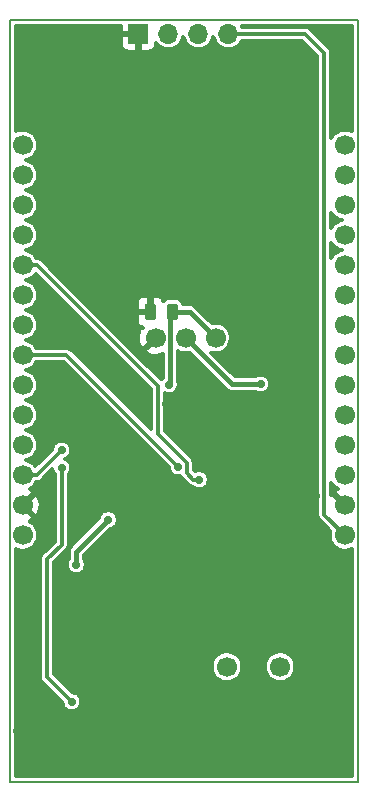
<source format=gbr>
G04 #@! TF.GenerationSoftware,KiCad,Pcbnew,(5.1.6-0-10_14)*
G04 #@! TF.CreationDate,2021-01-15T18:00:30+01:00*
G04 #@! TF.ProjectId,cdm324,63646d33-3234-42e6-9b69-6361645f7063,rev?*
G04 #@! TF.SameCoordinates,Original*
G04 #@! TF.FileFunction,Copper,L4,Bot*
G04 #@! TF.FilePolarity,Positive*
%FSLAX46Y46*%
G04 Gerber Fmt 4.6, Leading zero omitted, Abs format (unit mm)*
G04 Created by KiCad (PCBNEW (5.1.6-0-10_14)) date 2021-01-15 18:00:30*
%MOMM*%
%LPD*%
G01*
G04 APERTURE LIST*
G04 #@! TA.AperFunction,Profile*
%ADD10C,0.150000*%
G04 #@! TD*
G04 #@! TA.AperFunction,ComponentPad*
%ADD11C,1.700000*%
G04 #@! TD*
G04 #@! TA.AperFunction,ComponentPad*
%ADD12O,1.700000X1.700000*%
G04 #@! TD*
G04 #@! TA.AperFunction,ComponentPad*
%ADD13R,1.700000X1.700000*%
G04 #@! TD*
G04 #@! TA.AperFunction,ViaPad*
%ADD14C,0.700000*%
G04 #@! TD*
G04 #@! TA.AperFunction,Conductor*
%ADD15C,0.300000*%
G04 #@! TD*
G04 #@! TA.AperFunction,Conductor*
%ADD16C,0.400000*%
G04 #@! TD*
G04 APERTURE END LIST*
D10*
X85350000Y-132600000D02*
X85350000Y-68100000D01*
X114850000Y-132600000D02*
X85350000Y-132600000D01*
X114850000Y-68100000D02*
X114850000Y-132600000D01*
X85350000Y-68100000D02*
X114850000Y-68100000D01*
D11*
X113740000Y-106620000D03*
X113740000Y-109160000D03*
X113740000Y-101540000D03*
X113740000Y-78680000D03*
X113740000Y-88840000D03*
X113740000Y-91380000D03*
X113740000Y-81220000D03*
X113740000Y-93920000D03*
X113740000Y-99000000D03*
X113740000Y-83760000D03*
X113740000Y-96460000D03*
X113740000Y-86300000D03*
X113740000Y-111700000D03*
X113740000Y-104080000D03*
X86460000Y-78680000D03*
X86460000Y-81220000D03*
X86460000Y-83760000D03*
X86460000Y-86300000D03*
X86460000Y-88840000D03*
X86460000Y-91380000D03*
X86460000Y-93920000D03*
X86460000Y-96460000D03*
X86460000Y-99000000D03*
X86460000Y-101540000D03*
X86460000Y-104080000D03*
X86460000Y-106620000D03*
X86460000Y-109160000D03*
X86460000Y-111700000D03*
G04 #@! TA.AperFunction,SMDPad,CuDef*
G36*
G01*
X97750000Y-92343750D02*
X97750000Y-93256250D01*
G75*
G02*
X97506250Y-93500000I-243750J0D01*
G01*
X97018750Y-93500000D01*
G75*
G02*
X96775000Y-93256250I0J243750D01*
G01*
X96775000Y-92343750D01*
G75*
G02*
X97018750Y-92100000I243750J0D01*
G01*
X97506250Y-92100000D01*
G75*
G02*
X97750000Y-92343750I0J-243750D01*
G01*
G37*
G04 #@! TD.AperFunction*
G04 #@! TA.AperFunction,SMDPad,CuDef*
G36*
G01*
X99625000Y-92343750D02*
X99625000Y-93256250D01*
G75*
G02*
X99381250Y-93500000I-243750J0D01*
G01*
X98893750Y-93500000D01*
G75*
G02*
X98650000Y-93256250I0J243750D01*
G01*
X98650000Y-92343750D01*
G75*
G02*
X98893750Y-92100000I243750J0D01*
G01*
X99381250Y-92100000D01*
G75*
G02*
X99625000Y-92343750I0J-243750D01*
G01*
G37*
G04 #@! TD.AperFunction*
X108250000Y-122840000D03*
X103750000Y-122840000D03*
X97710000Y-95000000D03*
X100250000Y-95000000D03*
X102790000Y-95000000D03*
D12*
X103870000Y-69250000D03*
X101330000Y-69250000D03*
X98790000Y-69250000D03*
D13*
X96250000Y-69250000D03*
D14*
X105100000Y-102300000D03*
X87500000Y-70000000D03*
X92500000Y-70000000D03*
X92500000Y-75000000D03*
X92500000Y-80000000D03*
X92500000Y-85000000D03*
X92500000Y-90000000D03*
X97500000Y-75000000D03*
X102500000Y-75000000D03*
X107500000Y-75000000D03*
X112500000Y-70000000D03*
X107500000Y-70000000D03*
X97500000Y-80000000D03*
X102500000Y-80000000D03*
X107500000Y-80000000D03*
X107500000Y-85000000D03*
X102500000Y-85000000D03*
X97500000Y-85000000D03*
X97500000Y-90000000D03*
X102500000Y-90000000D03*
X107500000Y-90000000D03*
X100000000Y-130000000D03*
X105000000Y-130000000D03*
X110000000Y-130000000D03*
X105000000Y-125000000D03*
X100000000Y-125000000D03*
X110000000Y-125000000D03*
X103410000Y-116590000D03*
X85950000Y-128250000D03*
X95550000Y-128250000D03*
X113350000Y-117600000D03*
X114000000Y-130000000D03*
X114000000Y-125000000D03*
X93500000Y-106300000D03*
X98080000Y-125770000D03*
X87600000Y-110300000D03*
X87600000Y-107900000D03*
X87600000Y-105400000D03*
X87600000Y-100300000D03*
X87600000Y-102800000D03*
X87600000Y-97700000D03*
X87600000Y-95200000D03*
X87600000Y-92600000D03*
X87600000Y-90100000D03*
X87600000Y-87600000D03*
X100100000Y-70500000D03*
X112700000Y-85000000D03*
X112700000Y-87600000D03*
X112600000Y-113000000D03*
X90000000Y-114250000D03*
X86700000Y-126750000D03*
X93450000Y-126750000D03*
X109500000Y-112450000D03*
X108550000Y-114150000D03*
X92190000Y-113950000D03*
X92050000Y-97250000D03*
X108600000Y-97650000D03*
X96450000Y-100800000D03*
X99650000Y-107350000D03*
X101750000Y-99000000D03*
X101750000Y-99000000D03*
X105000000Y-99800000D03*
X100450000Y-96550000D03*
X101300000Y-103450000D03*
X101200000Y-106000000D03*
X109500000Y-106900000D03*
X109450000Y-105150000D03*
X109500000Y-103550000D03*
X109500000Y-100050000D03*
X109500000Y-101900000D03*
X98850000Y-102300000D03*
X93000000Y-101050000D03*
X89900000Y-97400000D03*
X89900000Y-95650000D03*
X87300000Y-114200000D03*
X111000000Y-117550000D03*
X90800000Y-100900000D03*
X90700000Y-102900000D03*
X90700000Y-105200000D03*
X90700000Y-107500000D03*
X90700000Y-110100000D03*
X97100000Y-115200000D03*
X105500000Y-115000000D03*
X101700000Y-115000000D03*
X94500000Y-99000000D03*
X111300000Y-108400000D03*
X98600000Y-100600000D03*
X100200000Y-122300000D03*
X90620000Y-123170000D03*
X91000000Y-114200000D03*
X93700000Y-110400000D03*
X98850000Y-98950000D03*
X89750000Y-104500000D03*
X106600000Y-98900000D03*
X89750000Y-106000000D03*
X90600000Y-125800000D03*
X101400000Y-107000000D03*
X99600000Y-105900000D03*
D15*
X111999999Y-70899999D02*
X110350000Y-69250000D01*
X111999999Y-109959999D02*
X111999999Y-70899999D01*
X110350000Y-69250000D02*
X103870000Y-69250000D01*
X113740000Y-111700000D02*
X111999999Y-109959999D01*
D16*
X98960001Y-98839999D02*
X98960001Y-93477499D01*
X98850000Y-98950000D02*
X98960001Y-98839999D01*
X91000000Y-113100000D02*
X91000000Y-114200000D01*
X93700000Y-110400000D02*
X91000000Y-113100000D01*
X100590000Y-92800000D02*
X99137500Y-92800000D01*
X102790000Y-95000000D02*
X100590000Y-92800000D01*
D15*
X87630000Y-106620000D02*
X86460000Y-106620000D01*
X89750000Y-104500000D02*
X87630000Y-106620000D01*
D16*
X100250000Y-95000000D02*
X104150000Y-98900000D01*
X104150000Y-98900000D02*
X106600000Y-98900000D01*
D15*
X88500000Y-123700000D02*
X88500000Y-113750000D01*
X90600000Y-125800000D02*
X88500000Y-123700000D01*
X89750000Y-112500000D02*
X88500000Y-113750000D01*
X89750000Y-106000000D02*
X89750000Y-112500000D01*
X87662081Y-88840000D02*
X86460000Y-88840000D01*
X100350001Y-105613999D02*
X97899999Y-103163997D01*
X97899999Y-99077918D02*
X87662081Y-88840000D01*
X100350001Y-106444975D02*
X100350001Y-105613999D01*
X100905026Y-107000000D02*
X100350001Y-106444975D01*
X97899999Y-103163997D02*
X97899999Y-99077918D01*
X101400000Y-107000000D02*
X100905026Y-107000000D01*
X86460000Y-96460000D02*
X90160000Y-96460000D01*
X90160000Y-96460000D02*
X99600000Y-105900000D01*
G36*
X94742000Y-68981500D02*
G01*
X94906500Y-69146000D01*
X96146000Y-69146000D01*
X96146000Y-69126000D01*
X96354000Y-69126000D01*
X96354000Y-69146000D01*
X96374000Y-69146000D01*
X96374000Y-69354000D01*
X96354000Y-69354000D01*
X96354000Y-70593500D01*
X96518500Y-70758000D01*
X97100000Y-70761184D01*
X97228991Y-70748480D01*
X97353024Y-70710854D01*
X97467334Y-70649754D01*
X97567528Y-70567528D01*
X97649754Y-70467334D01*
X97710854Y-70353024D01*
X97748480Y-70228991D01*
X97761184Y-70100000D01*
X97760909Y-70049795D01*
X97780224Y-70078702D01*
X97961298Y-70259776D01*
X98174219Y-70402045D01*
X98410804Y-70500042D01*
X98661961Y-70550000D01*
X98918039Y-70550000D01*
X99169196Y-70500042D01*
X99405781Y-70402045D01*
X99618702Y-70259776D01*
X99799776Y-70078702D01*
X99942045Y-69865781D01*
X100040042Y-69629196D01*
X100060000Y-69528860D01*
X100079958Y-69629196D01*
X100177955Y-69865781D01*
X100320224Y-70078702D01*
X100501298Y-70259776D01*
X100714219Y-70402045D01*
X100950804Y-70500042D01*
X101201961Y-70550000D01*
X101458039Y-70550000D01*
X101709196Y-70500042D01*
X101945781Y-70402045D01*
X102158702Y-70259776D01*
X102339776Y-70078702D01*
X102482045Y-69865781D01*
X102580042Y-69629196D01*
X102600000Y-69528860D01*
X102619958Y-69629196D01*
X102717955Y-69865781D01*
X102860224Y-70078702D01*
X103041298Y-70259776D01*
X103254219Y-70402045D01*
X103490804Y-70500042D01*
X103741961Y-70550000D01*
X103998039Y-70550000D01*
X104249196Y-70500042D01*
X104485781Y-70402045D01*
X104698702Y-70259776D01*
X104879776Y-70078702D01*
X105022045Y-69865781D01*
X105028582Y-69850000D01*
X110101473Y-69850000D01*
X111400000Y-71148528D01*
X111399999Y-109930525D01*
X111397096Y-109959999D01*
X111399999Y-109989472D01*
X111408681Y-110077619D01*
X111442989Y-110190719D01*
X111498703Y-110294953D01*
X111573682Y-110386316D01*
X111596585Y-110405112D01*
X112496495Y-111305022D01*
X112489958Y-111320804D01*
X112440000Y-111571961D01*
X112440000Y-111828039D01*
X112489958Y-112079196D01*
X112587955Y-112315781D01*
X112730224Y-112528702D01*
X112911298Y-112709776D01*
X113124219Y-112852045D01*
X113360804Y-112950042D01*
X113611961Y-113000000D01*
X113868039Y-113000000D01*
X114119196Y-112950042D01*
X114325001Y-112864795D01*
X114325001Y-132075000D01*
X85875000Y-132075000D01*
X85875000Y-112864795D01*
X86080804Y-112950042D01*
X86331961Y-113000000D01*
X86588039Y-113000000D01*
X86839196Y-112950042D01*
X87075781Y-112852045D01*
X87288702Y-112709776D01*
X87469776Y-112528702D01*
X87612045Y-112315781D01*
X87710042Y-112079196D01*
X87760000Y-111828039D01*
X87760000Y-111571961D01*
X87710042Y-111320804D01*
X87612045Y-111084219D01*
X87469776Y-110871298D01*
X87288702Y-110690224D01*
X87075781Y-110547955D01*
X87070478Y-110545758D01*
X87080805Y-110542291D01*
X87264432Y-110444140D01*
X87338783Y-110185861D01*
X86460000Y-109307078D01*
X86445858Y-109321221D01*
X86298780Y-109174143D01*
X86312922Y-109160000D01*
X86607078Y-109160000D01*
X87485861Y-110038783D01*
X87744140Y-109964432D01*
X87876402Y-109698451D01*
X87954233Y-109411779D01*
X87974642Y-109115430D01*
X87936843Y-108820795D01*
X87842291Y-108539195D01*
X87744140Y-108355568D01*
X87485861Y-108281217D01*
X86607078Y-109160000D01*
X86312922Y-109160000D01*
X86298780Y-109145858D01*
X86445858Y-108998780D01*
X86460000Y-109012922D01*
X87338783Y-108134139D01*
X87264432Y-107875860D01*
X87064803Y-107776592D01*
X87075781Y-107772045D01*
X87288702Y-107629776D01*
X87469776Y-107448702D01*
X87612045Y-107235781D01*
X87617874Y-107221709D01*
X87630000Y-107222903D01*
X87659474Y-107220000D01*
X87747621Y-107211318D01*
X87860721Y-107177010D01*
X87964955Y-107121296D01*
X88056317Y-107046317D01*
X88075113Y-107023414D01*
X88961570Y-106136958D01*
X88980743Y-106233351D01*
X89041049Y-106378942D01*
X89128599Y-106509970D01*
X89150000Y-106531371D01*
X89150001Y-112251471D01*
X88096581Y-113304891D01*
X88073684Y-113323683D01*
X87998705Y-113415045D01*
X87973143Y-113462868D01*
X87942991Y-113519279D01*
X87908682Y-113632380D01*
X87897097Y-113750000D01*
X87900001Y-113779484D01*
X87900000Y-123670526D01*
X87897097Y-123700000D01*
X87900000Y-123729473D01*
X87908682Y-123817620D01*
X87942990Y-123930720D01*
X87998704Y-124034954D01*
X88073683Y-124126317D01*
X88096586Y-124145113D01*
X89800000Y-125848528D01*
X89800000Y-125878793D01*
X89830743Y-126033351D01*
X89891049Y-126178942D01*
X89978599Y-126309970D01*
X90090030Y-126421401D01*
X90221058Y-126508951D01*
X90366649Y-126569257D01*
X90521207Y-126600000D01*
X90678793Y-126600000D01*
X90833351Y-126569257D01*
X90978942Y-126508951D01*
X91109970Y-126421401D01*
X91221401Y-126309970D01*
X91308951Y-126178942D01*
X91369257Y-126033351D01*
X91400000Y-125878793D01*
X91400000Y-125721207D01*
X91369257Y-125566649D01*
X91308951Y-125421058D01*
X91221401Y-125290030D01*
X91109970Y-125178599D01*
X90978942Y-125091049D01*
X90833351Y-125030743D01*
X90678793Y-125000000D01*
X90648528Y-125000000D01*
X89100000Y-123451473D01*
X89100000Y-122711961D01*
X102450000Y-122711961D01*
X102450000Y-122968039D01*
X102499958Y-123219196D01*
X102597955Y-123455781D01*
X102740224Y-123668702D01*
X102921298Y-123849776D01*
X103134219Y-123992045D01*
X103370804Y-124090042D01*
X103621961Y-124140000D01*
X103878039Y-124140000D01*
X104129196Y-124090042D01*
X104365781Y-123992045D01*
X104578702Y-123849776D01*
X104759776Y-123668702D01*
X104902045Y-123455781D01*
X105000042Y-123219196D01*
X105050000Y-122968039D01*
X105050000Y-122711961D01*
X106950000Y-122711961D01*
X106950000Y-122968039D01*
X106999958Y-123219196D01*
X107097955Y-123455781D01*
X107240224Y-123668702D01*
X107421298Y-123849776D01*
X107634219Y-123992045D01*
X107870804Y-124090042D01*
X108121961Y-124140000D01*
X108378039Y-124140000D01*
X108629196Y-124090042D01*
X108865781Y-123992045D01*
X109078702Y-123849776D01*
X109259776Y-123668702D01*
X109402045Y-123455781D01*
X109500042Y-123219196D01*
X109550000Y-122968039D01*
X109550000Y-122711961D01*
X109500042Y-122460804D01*
X109402045Y-122224219D01*
X109259776Y-122011298D01*
X109078702Y-121830224D01*
X108865781Y-121687955D01*
X108629196Y-121589958D01*
X108378039Y-121540000D01*
X108121961Y-121540000D01*
X107870804Y-121589958D01*
X107634219Y-121687955D01*
X107421298Y-121830224D01*
X107240224Y-122011298D01*
X107097955Y-122224219D01*
X106999958Y-122460804D01*
X106950000Y-122711961D01*
X105050000Y-122711961D01*
X105000042Y-122460804D01*
X104902045Y-122224219D01*
X104759776Y-122011298D01*
X104578702Y-121830224D01*
X104365781Y-121687955D01*
X104129196Y-121589958D01*
X103878039Y-121540000D01*
X103621961Y-121540000D01*
X103370804Y-121589958D01*
X103134219Y-121687955D01*
X102921298Y-121830224D01*
X102740224Y-122011298D01*
X102597955Y-122224219D01*
X102499958Y-122460804D01*
X102450000Y-122711961D01*
X89100000Y-122711961D01*
X89100000Y-114121207D01*
X90200000Y-114121207D01*
X90200000Y-114278793D01*
X90230743Y-114433351D01*
X90291049Y-114578942D01*
X90378599Y-114709970D01*
X90490030Y-114821401D01*
X90621058Y-114908951D01*
X90766649Y-114969257D01*
X90921207Y-115000000D01*
X91078793Y-115000000D01*
X91233351Y-114969257D01*
X91378942Y-114908951D01*
X91509970Y-114821401D01*
X91621401Y-114709970D01*
X91708951Y-114578942D01*
X91769257Y-114433351D01*
X91800000Y-114278793D01*
X91800000Y-114121207D01*
X91769257Y-113966649D01*
X91708951Y-113821058D01*
X91650000Y-113732831D01*
X91650000Y-113369238D01*
X93829281Y-111189957D01*
X93933351Y-111169257D01*
X94078942Y-111108951D01*
X94209970Y-111021401D01*
X94321401Y-110909970D01*
X94408951Y-110778942D01*
X94469257Y-110633351D01*
X94500000Y-110478793D01*
X94500000Y-110321207D01*
X94469257Y-110166649D01*
X94408951Y-110021058D01*
X94321401Y-109890030D01*
X94209970Y-109778599D01*
X94078942Y-109691049D01*
X93933351Y-109630743D01*
X93778793Y-109600000D01*
X93621207Y-109600000D01*
X93466649Y-109630743D01*
X93321058Y-109691049D01*
X93190030Y-109778599D01*
X93078599Y-109890030D01*
X92991049Y-110021058D01*
X92930743Y-110166649D01*
X92910043Y-110270719D01*
X90562962Y-112617800D01*
X90538157Y-112638157D01*
X90517802Y-112662960D01*
X90456930Y-112737132D01*
X90404643Y-112834955D01*
X90396573Y-112850053D01*
X90359405Y-112972579D01*
X90350000Y-113068069D01*
X90350000Y-113068079D01*
X90346856Y-113100000D01*
X90350000Y-113131922D01*
X90350001Y-113732831D01*
X90291049Y-113821058D01*
X90230743Y-113966649D01*
X90200000Y-114121207D01*
X89100000Y-114121207D01*
X89100000Y-113998527D01*
X90153419Y-112945109D01*
X90176317Y-112926317D01*
X90251296Y-112834955D01*
X90307010Y-112730721D01*
X90341318Y-112617621D01*
X90350000Y-112529474D01*
X90352903Y-112500000D01*
X90350000Y-112470526D01*
X90350000Y-106531371D01*
X90371401Y-106509970D01*
X90458951Y-106378942D01*
X90519257Y-106233351D01*
X90550000Y-106078793D01*
X90550000Y-105921207D01*
X90519257Y-105766649D01*
X90458951Y-105621058D01*
X90371401Y-105490030D01*
X90259970Y-105378599D01*
X90128942Y-105291049D01*
X90029841Y-105250000D01*
X90128942Y-105208951D01*
X90259970Y-105121401D01*
X90371401Y-105009970D01*
X90458951Y-104878942D01*
X90519257Y-104733351D01*
X90550000Y-104578793D01*
X90550000Y-104421207D01*
X90519257Y-104266649D01*
X90458951Y-104121058D01*
X90371401Y-103990030D01*
X90259970Y-103878599D01*
X90128942Y-103791049D01*
X89983351Y-103730743D01*
X89828793Y-103700000D01*
X89671207Y-103700000D01*
X89516649Y-103730743D01*
X89371058Y-103791049D01*
X89240030Y-103878599D01*
X89128599Y-103990030D01*
X89041049Y-104121058D01*
X88980743Y-104266649D01*
X88950000Y-104421207D01*
X88950000Y-104451472D01*
X87526012Y-105875461D01*
X87469776Y-105791298D01*
X87288702Y-105610224D01*
X87075781Y-105467955D01*
X86839196Y-105369958D01*
X86738860Y-105350000D01*
X86839196Y-105330042D01*
X87075781Y-105232045D01*
X87288702Y-105089776D01*
X87469776Y-104908702D01*
X87612045Y-104695781D01*
X87710042Y-104459196D01*
X87760000Y-104208039D01*
X87760000Y-103951961D01*
X87710042Y-103700804D01*
X87612045Y-103464219D01*
X87469776Y-103251298D01*
X87288702Y-103070224D01*
X87075781Y-102927955D01*
X86839196Y-102829958D01*
X86738860Y-102810000D01*
X86839196Y-102790042D01*
X87075781Y-102692045D01*
X87288702Y-102549776D01*
X87469776Y-102368702D01*
X87612045Y-102155781D01*
X87710042Y-101919196D01*
X87760000Y-101668039D01*
X87760000Y-101411961D01*
X87710042Y-101160804D01*
X87612045Y-100924219D01*
X87469776Y-100711298D01*
X87288702Y-100530224D01*
X87075781Y-100387955D01*
X86839196Y-100289958D01*
X86738860Y-100270000D01*
X86839196Y-100250042D01*
X87075781Y-100152045D01*
X87288702Y-100009776D01*
X87469776Y-99828702D01*
X87612045Y-99615781D01*
X87710042Y-99379196D01*
X87760000Y-99128039D01*
X87760000Y-98871961D01*
X87710042Y-98620804D01*
X87612045Y-98384219D01*
X87469776Y-98171298D01*
X87288702Y-97990224D01*
X87075781Y-97847955D01*
X86839196Y-97749958D01*
X86738860Y-97730000D01*
X86839196Y-97710042D01*
X87075781Y-97612045D01*
X87288702Y-97469776D01*
X87469776Y-97288702D01*
X87612045Y-97075781D01*
X87618582Y-97060000D01*
X89911473Y-97060000D01*
X98800000Y-105948528D01*
X98800000Y-105978793D01*
X98830743Y-106133351D01*
X98891049Y-106278942D01*
X98978599Y-106409970D01*
X99090030Y-106521401D01*
X99221058Y-106608951D01*
X99366649Y-106669257D01*
X99521207Y-106700000D01*
X99678793Y-106700000D01*
X99793759Y-106677132D01*
X99848705Y-106779929D01*
X99923684Y-106871292D01*
X99946587Y-106890088D01*
X100459917Y-107403419D01*
X100478709Y-107426317D01*
X100570071Y-107501296D01*
X100637997Y-107537603D01*
X100674304Y-107557010D01*
X100787405Y-107591318D01*
X100867873Y-107599244D01*
X100890030Y-107621401D01*
X101021058Y-107708951D01*
X101166649Y-107769257D01*
X101321207Y-107800000D01*
X101478793Y-107800000D01*
X101633351Y-107769257D01*
X101778942Y-107708951D01*
X101909970Y-107621401D01*
X102021401Y-107509970D01*
X102108951Y-107378942D01*
X102169257Y-107233351D01*
X102200000Y-107078793D01*
X102200000Y-106921207D01*
X102169257Y-106766649D01*
X102108951Y-106621058D01*
X102021401Y-106490030D01*
X101909970Y-106378599D01*
X101778942Y-106291049D01*
X101633351Y-106230743D01*
X101478793Y-106200000D01*
X101321207Y-106200000D01*
X101166649Y-106230743D01*
X101037706Y-106284153D01*
X100950001Y-106196448D01*
X100950001Y-105643472D01*
X100952904Y-105613998D01*
X100941319Y-105496378D01*
X100914717Y-105408682D01*
X100907011Y-105383278D01*
X100851297Y-105279044D01*
X100776318Y-105187682D01*
X100753420Y-105168890D01*
X98499999Y-102915470D01*
X98499999Y-99670939D01*
X98616649Y-99719257D01*
X98771207Y-99750000D01*
X98928793Y-99750000D01*
X99083351Y-99719257D01*
X99228942Y-99658951D01*
X99359970Y-99571401D01*
X99471401Y-99459970D01*
X99558951Y-99328942D01*
X99619257Y-99183351D01*
X99650000Y-99028793D01*
X99650000Y-98871207D01*
X99619257Y-98716649D01*
X99610001Y-98694303D01*
X99610001Y-96135863D01*
X99634219Y-96152045D01*
X99870804Y-96250042D01*
X100121961Y-96300000D01*
X100378039Y-96300000D01*
X100588833Y-96258071D01*
X103667800Y-99337038D01*
X103688157Y-99361843D01*
X103712960Y-99382198D01*
X103787131Y-99443070D01*
X103857334Y-99480594D01*
X103900052Y-99503427D01*
X104022578Y-99540595D01*
X104118068Y-99550000D01*
X104118079Y-99550000D01*
X104150000Y-99553144D01*
X104181921Y-99550000D01*
X106132831Y-99550000D01*
X106221058Y-99608951D01*
X106366649Y-99669257D01*
X106521207Y-99700000D01*
X106678793Y-99700000D01*
X106833351Y-99669257D01*
X106978942Y-99608951D01*
X107109970Y-99521401D01*
X107221401Y-99409970D01*
X107308951Y-99278942D01*
X107369257Y-99133351D01*
X107400000Y-98978793D01*
X107400000Y-98821207D01*
X107369257Y-98666649D01*
X107308951Y-98521058D01*
X107221401Y-98390030D01*
X107109970Y-98278599D01*
X106978942Y-98191049D01*
X106833351Y-98130743D01*
X106678793Y-98100000D01*
X106521207Y-98100000D01*
X106366649Y-98130743D01*
X106221058Y-98191049D01*
X106132831Y-98250000D01*
X104419238Y-98250000D01*
X102421385Y-96252147D01*
X102661961Y-96300000D01*
X102918039Y-96300000D01*
X103169196Y-96250042D01*
X103405781Y-96152045D01*
X103618702Y-96009776D01*
X103799776Y-95828702D01*
X103942045Y-95615781D01*
X104040042Y-95379196D01*
X104090000Y-95128039D01*
X104090000Y-94871961D01*
X104040042Y-94620804D01*
X103942045Y-94384219D01*
X103799776Y-94171298D01*
X103618702Y-93990224D01*
X103405781Y-93847955D01*
X103169196Y-93749958D01*
X102918039Y-93700000D01*
X102661961Y-93700000D01*
X102451167Y-93741929D01*
X101072200Y-92362962D01*
X101051843Y-92338157D01*
X100952868Y-92256930D01*
X100839948Y-92196573D01*
X100717422Y-92159405D01*
X100621932Y-92150000D01*
X100621921Y-92150000D01*
X100590000Y-92146856D01*
X100558079Y-92150000D01*
X100046217Y-92150000D01*
X100024203Y-92077430D01*
X99959892Y-91957114D01*
X99873345Y-91851655D01*
X99767886Y-91765108D01*
X99647570Y-91700797D01*
X99517019Y-91661195D01*
X99381250Y-91647823D01*
X98893750Y-91647823D01*
X98757981Y-91661195D01*
X98627430Y-91700797D01*
X98507114Y-91765108D01*
X98401655Y-91851655D01*
X98372902Y-91886691D01*
X98360854Y-91846976D01*
X98299754Y-91732666D01*
X98217528Y-91632472D01*
X98117334Y-91550246D01*
X98003024Y-91489146D01*
X97878991Y-91451520D01*
X97750000Y-91438816D01*
X97531000Y-91442000D01*
X97366500Y-91606500D01*
X97366500Y-92696000D01*
X97386500Y-92696000D01*
X97386500Y-92904000D01*
X97366500Y-92904000D01*
X97366500Y-92924000D01*
X97158500Y-92924000D01*
X97158500Y-92904000D01*
X96281500Y-92904000D01*
X96117000Y-93068500D01*
X96113816Y-93500000D01*
X96126520Y-93628991D01*
X96164146Y-93753024D01*
X96225246Y-93867334D01*
X96307472Y-93967528D01*
X96407666Y-94049754D01*
X96521976Y-94110854D01*
X96618462Y-94140123D01*
X96425860Y-94195568D01*
X96293598Y-94461549D01*
X96215767Y-94748221D01*
X96195358Y-95044570D01*
X96233157Y-95339205D01*
X96327709Y-95620805D01*
X96425860Y-95804432D01*
X96684139Y-95878783D01*
X97562922Y-95000000D01*
X97548780Y-94985858D01*
X97695858Y-94838780D01*
X97710000Y-94852922D01*
X97724143Y-94838780D01*
X97871221Y-94985858D01*
X97857078Y-95000000D01*
X97871221Y-95014143D01*
X97724143Y-95161221D01*
X97710000Y-95147078D01*
X96831217Y-96025861D01*
X96905568Y-96284140D01*
X97171549Y-96416402D01*
X97458221Y-96494233D01*
X97754570Y-96514642D01*
X98049205Y-96476843D01*
X98310001Y-96389276D01*
X98310001Y-98358628D01*
X98228599Y-98440030D01*
X98181351Y-98510742D01*
X91770609Y-92100000D01*
X96113816Y-92100000D01*
X96117000Y-92531500D01*
X96281500Y-92696000D01*
X97158500Y-92696000D01*
X97158500Y-91606500D01*
X96994000Y-91442000D01*
X96775000Y-91438816D01*
X96646009Y-91451520D01*
X96521976Y-91489146D01*
X96407666Y-91550246D01*
X96307472Y-91632472D01*
X96225246Y-91732666D01*
X96164146Y-91846976D01*
X96126520Y-91971009D01*
X96113816Y-92100000D01*
X91770609Y-92100000D01*
X88107194Y-88436586D01*
X88088398Y-88413683D01*
X87997036Y-88338704D01*
X87892802Y-88282990D01*
X87779702Y-88248682D01*
X87691555Y-88240000D01*
X87662081Y-88237097D01*
X87632607Y-88240000D01*
X87618582Y-88240000D01*
X87612045Y-88224219D01*
X87469776Y-88011298D01*
X87288702Y-87830224D01*
X87075781Y-87687955D01*
X86839196Y-87589958D01*
X86738860Y-87570000D01*
X86839196Y-87550042D01*
X87075781Y-87452045D01*
X87288702Y-87309776D01*
X87469776Y-87128702D01*
X87612045Y-86915781D01*
X87710042Y-86679196D01*
X87760000Y-86428039D01*
X87760000Y-86171961D01*
X87710042Y-85920804D01*
X87612045Y-85684219D01*
X87469776Y-85471298D01*
X87288702Y-85290224D01*
X87075781Y-85147955D01*
X86839196Y-85049958D01*
X86738860Y-85030000D01*
X86839196Y-85010042D01*
X87075781Y-84912045D01*
X87288702Y-84769776D01*
X87469776Y-84588702D01*
X87612045Y-84375781D01*
X87710042Y-84139196D01*
X87760000Y-83888039D01*
X87760000Y-83631961D01*
X87710042Y-83380804D01*
X87612045Y-83144219D01*
X87469776Y-82931298D01*
X87288702Y-82750224D01*
X87075781Y-82607955D01*
X86839196Y-82509958D01*
X86738860Y-82490000D01*
X86839196Y-82470042D01*
X87075781Y-82372045D01*
X87288702Y-82229776D01*
X87469776Y-82048702D01*
X87612045Y-81835781D01*
X87710042Y-81599196D01*
X87760000Y-81348039D01*
X87760000Y-81091961D01*
X87710042Y-80840804D01*
X87612045Y-80604219D01*
X87469776Y-80391298D01*
X87288702Y-80210224D01*
X87075781Y-80067955D01*
X86839196Y-79969958D01*
X86738860Y-79950000D01*
X86839196Y-79930042D01*
X87075781Y-79832045D01*
X87288702Y-79689776D01*
X87469776Y-79508702D01*
X87612045Y-79295781D01*
X87710042Y-79059196D01*
X87760000Y-78808039D01*
X87760000Y-78551961D01*
X87710042Y-78300804D01*
X87612045Y-78064219D01*
X87469776Y-77851298D01*
X87288702Y-77670224D01*
X87075781Y-77527955D01*
X86839196Y-77429958D01*
X86588039Y-77380000D01*
X86331961Y-77380000D01*
X86080804Y-77429958D01*
X85875000Y-77515205D01*
X85875000Y-70100000D01*
X94738816Y-70100000D01*
X94751520Y-70228991D01*
X94789146Y-70353024D01*
X94850246Y-70467334D01*
X94932472Y-70567528D01*
X95032666Y-70649754D01*
X95146976Y-70710854D01*
X95271009Y-70748480D01*
X95400000Y-70761184D01*
X95981500Y-70758000D01*
X96146000Y-70593500D01*
X96146000Y-69354000D01*
X94906500Y-69354000D01*
X94742000Y-69518500D01*
X94738816Y-70100000D01*
X85875000Y-70100000D01*
X85875000Y-68625000D01*
X94740048Y-68625000D01*
X94742000Y-68981500D01*
G37*
X94742000Y-68981500D02*
X94906500Y-69146000D01*
X96146000Y-69146000D01*
X96146000Y-69126000D01*
X96354000Y-69126000D01*
X96354000Y-69146000D01*
X96374000Y-69146000D01*
X96374000Y-69354000D01*
X96354000Y-69354000D01*
X96354000Y-70593500D01*
X96518500Y-70758000D01*
X97100000Y-70761184D01*
X97228991Y-70748480D01*
X97353024Y-70710854D01*
X97467334Y-70649754D01*
X97567528Y-70567528D01*
X97649754Y-70467334D01*
X97710854Y-70353024D01*
X97748480Y-70228991D01*
X97761184Y-70100000D01*
X97760909Y-70049795D01*
X97780224Y-70078702D01*
X97961298Y-70259776D01*
X98174219Y-70402045D01*
X98410804Y-70500042D01*
X98661961Y-70550000D01*
X98918039Y-70550000D01*
X99169196Y-70500042D01*
X99405781Y-70402045D01*
X99618702Y-70259776D01*
X99799776Y-70078702D01*
X99942045Y-69865781D01*
X100040042Y-69629196D01*
X100060000Y-69528860D01*
X100079958Y-69629196D01*
X100177955Y-69865781D01*
X100320224Y-70078702D01*
X100501298Y-70259776D01*
X100714219Y-70402045D01*
X100950804Y-70500042D01*
X101201961Y-70550000D01*
X101458039Y-70550000D01*
X101709196Y-70500042D01*
X101945781Y-70402045D01*
X102158702Y-70259776D01*
X102339776Y-70078702D01*
X102482045Y-69865781D01*
X102580042Y-69629196D01*
X102600000Y-69528860D01*
X102619958Y-69629196D01*
X102717955Y-69865781D01*
X102860224Y-70078702D01*
X103041298Y-70259776D01*
X103254219Y-70402045D01*
X103490804Y-70500042D01*
X103741961Y-70550000D01*
X103998039Y-70550000D01*
X104249196Y-70500042D01*
X104485781Y-70402045D01*
X104698702Y-70259776D01*
X104879776Y-70078702D01*
X105022045Y-69865781D01*
X105028582Y-69850000D01*
X110101473Y-69850000D01*
X111400000Y-71148528D01*
X111399999Y-109930525D01*
X111397096Y-109959999D01*
X111399999Y-109989472D01*
X111408681Y-110077619D01*
X111442989Y-110190719D01*
X111498703Y-110294953D01*
X111573682Y-110386316D01*
X111596585Y-110405112D01*
X112496495Y-111305022D01*
X112489958Y-111320804D01*
X112440000Y-111571961D01*
X112440000Y-111828039D01*
X112489958Y-112079196D01*
X112587955Y-112315781D01*
X112730224Y-112528702D01*
X112911298Y-112709776D01*
X113124219Y-112852045D01*
X113360804Y-112950042D01*
X113611961Y-113000000D01*
X113868039Y-113000000D01*
X114119196Y-112950042D01*
X114325001Y-112864795D01*
X114325001Y-132075000D01*
X85875000Y-132075000D01*
X85875000Y-112864795D01*
X86080804Y-112950042D01*
X86331961Y-113000000D01*
X86588039Y-113000000D01*
X86839196Y-112950042D01*
X87075781Y-112852045D01*
X87288702Y-112709776D01*
X87469776Y-112528702D01*
X87612045Y-112315781D01*
X87710042Y-112079196D01*
X87760000Y-111828039D01*
X87760000Y-111571961D01*
X87710042Y-111320804D01*
X87612045Y-111084219D01*
X87469776Y-110871298D01*
X87288702Y-110690224D01*
X87075781Y-110547955D01*
X87070478Y-110545758D01*
X87080805Y-110542291D01*
X87264432Y-110444140D01*
X87338783Y-110185861D01*
X86460000Y-109307078D01*
X86445858Y-109321221D01*
X86298780Y-109174143D01*
X86312922Y-109160000D01*
X86607078Y-109160000D01*
X87485861Y-110038783D01*
X87744140Y-109964432D01*
X87876402Y-109698451D01*
X87954233Y-109411779D01*
X87974642Y-109115430D01*
X87936843Y-108820795D01*
X87842291Y-108539195D01*
X87744140Y-108355568D01*
X87485861Y-108281217D01*
X86607078Y-109160000D01*
X86312922Y-109160000D01*
X86298780Y-109145858D01*
X86445858Y-108998780D01*
X86460000Y-109012922D01*
X87338783Y-108134139D01*
X87264432Y-107875860D01*
X87064803Y-107776592D01*
X87075781Y-107772045D01*
X87288702Y-107629776D01*
X87469776Y-107448702D01*
X87612045Y-107235781D01*
X87617874Y-107221709D01*
X87630000Y-107222903D01*
X87659474Y-107220000D01*
X87747621Y-107211318D01*
X87860721Y-107177010D01*
X87964955Y-107121296D01*
X88056317Y-107046317D01*
X88075113Y-107023414D01*
X88961570Y-106136958D01*
X88980743Y-106233351D01*
X89041049Y-106378942D01*
X89128599Y-106509970D01*
X89150000Y-106531371D01*
X89150001Y-112251471D01*
X88096581Y-113304891D01*
X88073684Y-113323683D01*
X87998705Y-113415045D01*
X87973143Y-113462868D01*
X87942991Y-113519279D01*
X87908682Y-113632380D01*
X87897097Y-113750000D01*
X87900001Y-113779484D01*
X87900000Y-123670526D01*
X87897097Y-123700000D01*
X87900000Y-123729473D01*
X87908682Y-123817620D01*
X87942990Y-123930720D01*
X87998704Y-124034954D01*
X88073683Y-124126317D01*
X88096586Y-124145113D01*
X89800000Y-125848528D01*
X89800000Y-125878793D01*
X89830743Y-126033351D01*
X89891049Y-126178942D01*
X89978599Y-126309970D01*
X90090030Y-126421401D01*
X90221058Y-126508951D01*
X90366649Y-126569257D01*
X90521207Y-126600000D01*
X90678793Y-126600000D01*
X90833351Y-126569257D01*
X90978942Y-126508951D01*
X91109970Y-126421401D01*
X91221401Y-126309970D01*
X91308951Y-126178942D01*
X91369257Y-126033351D01*
X91400000Y-125878793D01*
X91400000Y-125721207D01*
X91369257Y-125566649D01*
X91308951Y-125421058D01*
X91221401Y-125290030D01*
X91109970Y-125178599D01*
X90978942Y-125091049D01*
X90833351Y-125030743D01*
X90678793Y-125000000D01*
X90648528Y-125000000D01*
X89100000Y-123451473D01*
X89100000Y-122711961D01*
X102450000Y-122711961D01*
X102450000Y-122968039D01*
X102499958Y-123219196D01*
X102597955Y-123455781D01*
X102740224Y-123668702D01*
X102921298Y-123849776D01*
X103134219Y-123992045D01*
X103370804Y-124090042D01*
X103621961Y-124140000D01*
X103878039Y-124140000D01*
X104129196Y-124090042D01*
X104365781Y-123992045D01*
X104578702Y-123849776D01*
X104759776Y-123668702D01*
X104902045Y-123455781D01*
X105000042Y-123219196D01*
X105050000Y-122968039D01*
X105050000Y-122711961D01*
X106950000Y-122711961D01*
X106950000Y-122968039D01*
X106999958Y-123219196D01*
X107097955Y-123455781D01*
X107240224Y-123668702D01*
X107421298Y-123849776D01*
X107634219Y-123992045D01*
X107870804Y-124090042D01*
X108121961Y-124140000D01*
X108378039Y-124140000D01*
X108629196Y-124090042D01*
X108865781Y-123992045D01*
X109078702Y-123849776D01*
X109259776Y-123668702D01*
X109402045Y-123455781D01*
X109500042Y-123219196D01*
X109550000Y-122968039D01*
X109550000Y-122711961D01*
X109500042Y-122460804D01*
X109402045Y-122224219D01*
X109259776Y-122011298D01*
X109078702Y-121830224D01*
X108865781Y-121687955D01*
X108629196Y-121589958D01*
X108378039Y-121540000D01*
X108121961Y-121540000D01*
X107870804Y-121589958D01*
X107634219Y-121687955D01*
X107421298Y-121830224D01*
X107240224Y-122011298D01*
X107097955Y-122224219D01*
X106999958Y-122460804D01*
X106950000Y-122711961D01*
X105050000Y-122711961D01*
X105000042Y-122460804D01*
X104902045Y-122224219D01*
X104759776Y-122011298D01*
X104578702Y-121830224D01*
X104365781Y-121687955D01*
X104129196Y-121589958D01*
X103878039Y-121540000D01*
X103621961Y-121540000D01*
X103370804Y-121589958D01*
X103134219Y-121687955D01*
X102921298Y-121830224D01*
X102740224Y-122011298D01*
X102597955Y-122224219D01*
X102499958Y-122460804D01*
X102450000Y-122711961D01*
X89100000Y-122711961D01*
X89100000Y-114121207D01*
X90200000Y-114121207D01*
X90200000Y-114278793D01*
X90230743Y-114433351D01*
X90291049Y-114578942D01*
X90378599Y-114709970D01*
X90490030Y-114821401D01*
X90621058Y-114908951D01*
X90766649Y-114969257D01*
X90921207Y-115000000D01*
X91078793Y-115000000D01*
X91233351Y-114969257D01*
X91378942Y-114908951D01*
X91509970Y-114821401D01*
X91621401Y-114709970D01*
X91708951Y-114578942D01*
X91769257Y-114433351D01*
X91800000Y-114278793D01*
X91800000Y-114121207D01*
X91769257Y-113966649D01*
X91708951Y-113821058D01*
X91650000Y-113732831D01*
X91650000Y-113369238D01*
X93829281Y-111189957D01*
X93933351Y-111169257D01*
X94078942Y-111108951D01*
X94209970Y-111021401D01*
X94321401Y-110909970D01*
X94408951Y-110778942D01*
X94469257Y-110633351D01*
X94500000Y-110478793D01*
X94500000Y-110321207D01*
X94469257Y-110166649D01*
X94408951Y-110021058D01*
X94321401Y-109890030D01*
X94209970Y-109778599D01*
X94078942Y-109691049D01*
X93933351Y-109630743D01*
X93778793Y-109600000D01*
X93621207Y-109600000D01*
X93466649Y-109630743D01*
X93321058Y-109691049D01*
X93190030Y-109778599D01*
X93078599Y-109890030D01*
X92991049Y-110021058D01*
X92930743Y-110166649D01*
X92910043Y-110270719D01*
X90562962Y-112617800D01*
X90538157Y-112638157D01*
X90517802Y-112662960D01*
X90456930Y-112737132D01*
X90404643Y-112834955D01*
X90396573Y-112850053D01*
X90359405Y-112972579D01*
X90350000Y-113068069D01*
X90350000Y-113068079D01*
X90346856Y-113100000D01*
X90350000Y-113131922D01*
X90350001Y-113732831D01*
X90291049Y-113821058D01*
X90230743Y-113966649D01*
X90200000Y-114121207D01*
X89100000Y-114121207D01*
X89100000Y-113998527D01*
X90153419Y-112945109D01*
X90176317Y-112926317D01*
X90251296Y-112834955D01*
X90307010Y-112730721D01*
X90341318Y-112617621D01*
X90350000Y-112529474D01*
X90352903Y-112500000D01*
X90350000Y-112470526D01*
X90350000Y-106531371D01*
X90371401Y-106509970D01*
X90458951Y-106378942D01*
X90519257Y-106233351D01*
X90550000Y-106078793D01*
X90550000Y-105921207D01*
X90519257Y-105766649D01*
X90458951Y-105621058D01*
X90371401Y-105490030D01*
X90259970Y-105378599D01*
X90128942Y-105291049D01*
X90029841Y-105250000D01*
X90128942Y-105208951D01*
X90259970Y-105121401D01*
X90371401Y-105009970D01*
X90458951Y-104878942D01*
X90519257Y-104733351D01*
X90550000Y-104578793D01*
X90550000Y-104421207D01*
X90519257Y-104266649D01*
X90458951Y-104121058D01*
X90371401Y-103990030D01*
X90259970Y-103878599D01*
X90128942Y-103791049D01*
X89983351Y-103730743D01*
X89828793Y-103700000D01*
X89671207Y-103700000D01*
X89516649Y-103730743D01*
X89371058Y-103791049D01*
X89240030Y-103878599D01*
X89128599Y-103990030D01*
X89041049Y-104121058D01*
X88980743Y-104266649D01*
X88950000Y-104421207D01*
X88950000Y-104451472D01*
X87526012Y-105875461D01*
X87469776Y-105791298D01*
X87288702Y-105610224D01*
X87075781Y-105467955D01*
X86839196Y-105369958D01*
X86738860Y-105350000D01*
X86839196Y-105330042D01*
X87075781Y-105232045D01*
X87288702Y-105089776D01*
X87469776Y-104908702D01*
X87612045Y-104695781D01*
X87710042Y-104459196D01*
X87760000Y-104208039D01*
X87760000Y-103951961D01*
X87710042Y-103700804D01*
X87612045Y-103464219D01*
X87469776Y-103251298D01*
X87288702Y-103070224D01*
X87075781Y-102927955D01*
X86839196Y-102829958D01*
X86738860Y-102810000D01*
X86839196Y-102790042D01*
X87075781Y-102692045D01*
X87288702Y-102549776D01*
X87469776Y-102368702D01*
X87612045Y-102155781D01*
X87710042Y-101919196D01*
X87760000Y-101668039D01*
X87760000Y-101411961D01*
X87710042Y-101160804D01*
X87612045Y-100924219D01*
X87469776Y-100711298D01*
X87288702Y-100530224D01*
X87075781Y-100387955D01*
X86839196Y-100289958D01*
X86738860Y-100270000D01*
X86839196Y-100250042D01*
X87075781Y-100152045D01*
X87288702Y-100009776D01*
X87469776Y-99828702D01*
X87612045Y-99615781D01*
X87710042Y-99379196D01*
X87760000Y-99128039D01*
X87760000Y-98871961D01*
X87710042Y-98620804D01*
X87612045Y-98384219D01*
X87469776Y-98171298D01*
X87288702Y-97990224D01*
X87075781Y-97847955D01*
X86839196Y-97749958D01*
X86738860Y-97730000D01*
X86839196Y-97710042D01*
X87075781Y-97612045D01*
X87288702Y-97469776D01*
X87469776Y-97288702D01*
X87612045Y-97075781D01*
X87618582Y-97060000D01*
X89911473Y-97060000D01*
X98800000Y-105948528D01*
X98800000Y-105978793D01*
X98830743Y-106133351D01*
X98891049Y-106278942D01*
X98978599Y-106409970D01*
X99090030Y-106521401D01*
X99221058Y-106608951D01*
X99366649Y-106669257D01*
X99521207Y-106700000D01*
X99678793Y-106700000D01*
X99793759Y-106677132D01*
X99848705Y-106779929D01*
X99923684Y-106871292D01*
X99946587Y-106890088D01*
X100459917Y-107403419D01*
X100478709Y-107426317D01*
X100570071Y-107501296D01*
X100637997Y-107537603D01*
X100674304Y-107557010D01*
X100787405Y-107591318D01*
X100867873Y-107599244D01*
X100890030Y-107621401D01*
X101021058Y-107708951D01*
X101166649Y-107769257D01*
X101321207Y-107800000D01*
X101478793Y-107800000D01*
X101633351Y-107769257D01*
X101778942Y-107708951D01*
X101909970Y-107621401D01*
X102021401Y-107509970D01*
X102108951Y-107378942D01*
X102169257Y-107233351D01*
X102200000Y-107078793D01*
X102200000Y-106921207D01*
X102169257Y-106766649D01*
X102108951Y-106621058D01*
X102021401Y-106490030D01*
X101909970Y-106378599D01*
X101778942Y-106291049D01*
X101633351Y-106230743D01*
X101478793Y-106200000D01*
X101321207Y-106200000D01*
X101166649Y-106230743D01*
X101037706Y-106284153D01*
X100950001Y-106196448D01*
X100950001Y-105643472D01*
X100952904Y-105613998D01*
X100941319Y-105496378D01*
X100914717Y-105408682D01*
X100907011Y-105383278D01*
X100851297Y-105279044D01*
X100776318Y-105187682D01*
X100753420Y-105168890D01*
X98499999Y-102915470D01*
X98499999Y-99670939D01*
X98616649Y-99719257D01*
X98771207Y-99750000D01*
X98928793Y-99750000D01*
X99083351Y-99719257D01*
X99228942Y-99658951D01*
X99359970Y-99571401D01*
X99471401Y-99459970D01*
X99558951Y-99328942D01*
X99619257Y-99183351D01*
X99650000Y-99028793D01*
X99650000Y-98871207D01*
X99619257Y-98716649D01*
X99610001Y-98694303D01*
X99610001Y-96135863D01*
X99634219Y-96152045D01*
X99870804Y-96250042D01*
X100121961Y-96300000D01*
X100378039Y-96300000D01*
X100588833Y-96258071D01*
X103667800Y-99337038D01*
X103688157Y-99361843D01*
X103712960Y-99382198D01*
X103787131Y-99443070D01*
X103857334Y-99480594D01*
X103900052Y-99503427D01*
X104022578Y-99540595D01*
X104118068Y-99550000D01*
X104118079Y-99550000D01*
X104150000Y-99553144D01*
X104181921Y-99550000D01*
X106132831Y-99550000D01*
X106221058Y-99608951D01*
X106366649Y-99669257D01*
X106521207Y-99700000D01*
X106678793Y-99700000D01*
X106833351Y-99669257D01*
X106978942Y-99608951D01*
X107109970Y-99521401D01*
X107221401Y-99409970D01*
X107308951Y-99278942D01*
X107369257Y-99133351D01*
X107400000Y-98978793D01*
X107400000Y-98821207D01*
X107369257Y-98666649D01*
X107308951Y-98521058D01*
X107221401Y-98390030D01*
X107109970Y-98278599D01*
X106978942Y-98191049D01*
X106833351Y-98130743D01*
X106678793Y-98100000D01*
X106521207Y-98100000D01*
X106366649Y-98130743D01*
X106221058Y-98191049D01*
X106132831Y-98250000D01*
X104419238Y-98250000D01*
X102421385Y-96252147D01*
X102661961Y-96300000D01*
X102918039Y-96300000D01*
X103169196Y-96250042D01*
X103405781Y-96152045D01*
X103618702Y-96009776D01*
X103799776Y-95828702D01*
X103942045Y-95615781D01*
X104040042Y-95379196D01*
X104090000Y-95128039D01*
X104090000Y-94871961D01*
X104040042Y-94620804D01*
X103942045Y-94384219D01*
X103799776Y-94171298D01*
X103618702Y-93990224D01*
X103405781Y-93847955D01*
X103169196Y-93749958D01*
X102918039Y-93700000D01*
X102661961Y-93700000D01*
X102451167Y-93741929D01*
X101072200Y-92362962D01*
X101051843Y-92338157D01*
X100952868Y-92256930D01*
X100839948Y-92196573D01*
X100717422Y-92159405D01*
X100621932Y-92150000D01*
X100621921Y-92150000D01*
X100590000Y-92146856D01*
X100558079Y-92150000D01*
X100046217Y-92150000D01*
X100024203Y-92077430D01*
X99959892Y-91957114D01*
X99873345Y-91851655D01*
X99767886Y-91765108D01*
X99647570Y-91700797D01*
X99517019Y-91661195D01*
X99381250Y-91647823D01*
X98893750Y-91647823D01*
X98757981Y-91661195D01*
X98627430Y-91700797D01*
X98507114Y-91765108D01*
X98401655Y-91851655D01*
X98372902Y-91886691D01*
X98360854Y-91846976D01*
X98299754Y-91732666D01*
X98217528Y-91632472D01*
X98117334Y-91550246D01*
X98003024Y-91489146D01*
X97878991Y-91451520D01*
X97750000Y-91438816D01*
X97531000Y-91442000D01*
X97366500Y-91606500D01*
X97366500Y-92696000D01*
X97386500Y-92696000D01*
X97386500Y-92904000D01*
X97366500Y-92904000D01*
X97366500Y-92924000D01*
X97158500Y-92924000D01*
X97158500Y-92904000D01*
X96281500Y-92904000D01*
X96117000Y-93068500D01*
X96113816Y-93500000D01*
X96126520Y-93628991D01*
X96164146Y-93753024D01*
X96225246Y-93867334D01*
X96307472Y-93967528D01*
X96407666Y-94049754D01*
X96521976Y-94110854D01*
X96618462Y-94140123D01*
X96425860Y-94195568D01*
X96293598Y-94461549D01*
X96215767Y-94748221D01*
X96195358Y-95044570D01*
X96233157Y-95339205D01*
X96327709Y-95620805D01*
X96425860Y-95804432D01*
X96684139Y-95878783D01*
X97562922Y-95000000D01*
X97548780Y-94985858D01*
X97695858Y-94838780D01*
X97710000Y-94852922D01*
X97724143Y-94838780D01*
X97871221Y-94985858D01*
X97857078Y-95000000D01*
X97871221Y-95014143D01*
X97724143Y-95161221D01*
X97710000Y-95147078D01*
X96831217Y-96025861D01*
X96905568Y-96284140D01*
X97171549Y-96416402D01*
X97458221Y-96494233D01*
X97754570Y-96514642D01*
X98049205Y-96476843D01*
X98310001Y-96389276D01*
X98310001Y-98358628D01*
X98228599Y-98440030D01*
X98181351Y-98510742D01*
X91770609Y-92100000D01*
X96113816Y-92100000D01*
X96117000Y-92531500D01*
X96281500Y-92696000D01*
X97158500Y-92696000D01*
X97158500Y-91606500D01*
X96994000Y-91442000D01*
X96775000Y-91438816D01*
X96646009Y-91451520D01*
X96521976Y-91489146D01*
X96407666Y-91550246D01*
X96307472Y-91632472D01*
X96225246Y-91732666D01*
X96164146Y-91846976D01*
X96126520Y-91971009D01*
X96113816Y-92100000D01*
X91770609Y-92100000D01*
X88107194Y-88436586D01*
X88088398Y-88413683D01*
X87997036Y-88338704D01*
X87892802Y-88282990D01*
X87779702Y-88248682D01*
X87691555Y-88240000D01*
X87662081Y-88237097D01*
X87632607Y-88240000D01*
X87618582Y-88240000D01*
X87612045Y-88224219D01*
X87469776Y-88011298D01*
X87288702Y-87830224D01*
X87075781Y-87687955D01*
X86839196Y-87589958D01*
X86738860Y-87570000D01*
X86839196Y-87550042D01*
X87075781Y-87452045D01*
X87288702Y-87309776D01*
X87469776Y-87128702D01*
X87612045Y-86915781D01*
X87710042Y-86679196D01*
X87760000Y-86428039D01*
X87760000Y-86171961D01*
X87710042Y-85920804D01*
X87612045Y-85684219D01*
X87469776Y-85471298D01*
X87288702Y-85290224D01*
X87075781Y-85147955D01*
X86839196Y-85049958D01*
X86738860Y-85030000D01*
X86839196Y-85010042D01*
X87075781Y-84912045D01*
X87288702Y-84769776D01*
X87469776Y-84588702D01*
X87612045Y-84375781D01*
X87710042Y-84139196D01*
X87760000Y-83888039D01*
X87760000Y-83631961D01*
X87710042Y-83380804D01*
X87612045Y-83144219D01*
X87469776Y-82931298D01*
X87288702Y-82750224D01*
X87075781Y-82607955D01*
X86839196Y-82509958D01*
X86738860Y-82490000D01*
X86839196Y-82470042D01*
X87075781Y-82372045D01*
X87288702Y-82229776D01*
X87469776Y-82048702D01*
X87612045Y-81835781D01*
X87710042Y-81599196D01*
X87760000Y-81348039D01*
X87760000Y-81091961D01*
X87710042Y-80840804D01*
X87612045Y-80604219D01*
X87469776Y-80391298D01*
X87288702Y-80210224D01*
X87075781Y-80067955D01*
X86839196Y-79969958D01*
X86738860Y-79950000D01*
X86839196Y-79930042D01*
X87075781Y-79832045D01*
X87288702Y-79689776D01*
X87469776Y-79508702D01*
X87612045Y-79295781D01*
X87710042Y-79059196D01*
X87760000Y-78808039D01*
X87760000Y-78551961D01*
X87710042Y-78300804D01*
X87612045Y-78064219D01*
X87469776Y-77851298D01*
X87288702Y-77670224D01*
X87075781Y-77527955D01*
X86839196Y-77429958D01*
X86588039Y-77380000D01*
X86331961Y-77380000D01*
X86080804Y-77429958D01*
X85875000Y-77515205D01*
X85875000Y-70100000D01*
X94738816Y-70100000D01*
X94751520Y-70228991D01*
X94789146Y-70353024D01*
X94850246Y-70467334D01*
X94932472Y-70567528D01*
X95032666Y-70649754D01*
X95146976Y-70710854D01*
X95271009Y-70748480D01*
X95400000Y-70761184D01*
X95981500Y-70758000D01*
X96146000Y-70593500D01*
X96146000Y-69354000D01*
X94906500Y-69354000D01*
X94742000Y-69518500D01*
X94738816Y-70100000D01*
X85875000Y-70100000D01*
X85875000Y-68625000D01*
X94740048Y-68625000D01*
X94742000Y-68981500D01*
G36*
X112730224Y-107448702D02*
G01*
X112911298Y-107629776D01*
X113124219Y-107772045D01*
X113129522Y-107774242D01*
X113119195Y-107777709D01*
X112935568Y-107875860D01*
X112861217Y-108134139D01*
X113740000Y-109012922D01*
X113754143Y-108998780D01*
X113901221Y-109145858D01*
X113887078Y-109160000D01*
X113901221Y-109174143D01*
X113754143Y-109321221D01*
X113740000Y-109307078D01*
X113725858Y-109321221D01*
X113578780Y-109174143D01*
X113592922Y-109160000D01*
X112714139Y-108281217D01*
X112599999Y-108314075D01*
X112599999Y-107253806D01*
X112730224Y-107448702D01*
G37*
X112730224Y-107448702D02*
X112911298Y-107629776D01*
X113124219Y-107772045D01*
X113129522Y-107774242D01*
X113119195Y-107777709D01*
X112935568Y-107875860D01*
X112861217Y-108134139D01*
X113740000Y-109012922D01*
X113754143Y-108998780D01*
X113901221Y-109145858D01*
X113887078Y-109160000D01*
X113901221Y-109174143D01*
X113754143Y-109321221D01*
X113740000Y-109307078D01*
X113725858Y-109321221D01*
X113578780Y-109174143D01*
X113592922Y-109160000D01*
X112714139Y-108281217D01*
X112599999Y-108314075D01*
X112599999Y-107253806D01*
X112730224Y-107448702D01*
G36*
X97300000Y-99326447D02*
G01*
X97299999Y-102751471D01*
X90605113Y-96056586D01*
X90586317Y-96033683D01*
X90494955Y-95958704D01*
X90390721Y-95902990D01*
X90277621Y-95868682D01*
X90189474Y-95860000D01*
X90160000Y-95857097D01*
X90130526Y-95860000D01*
X87618582Y-95860000D01*
X87612045Y-95844219D01*
X87469776Y-95631298D01*
X87288702Y-95450224D01*
X87075781Y-95307955D01*
X86839196Y-95209958D01*
X86738860Y-95190000D01*
X86839196Y-95170042D01*
X87075781Y-95072045D01*
X87288702Y-94929776D01*
X87469776Y-94748702D01*
X87612045Y-94535781D01*
X87710042Y-94299196D01*
X87760000Y-94048039D01*
X87760000Y-93791961D01*
X87710042Y-93540804D01*
X87612045Y-93304219D01*
X87469776Y-93091298D01*
X87288702Y-92910224D01*
X87075781Y-92767955D01*
X86839196Y-92669958D01*
X86738860Y-92650000D01*
X86839196Y-92630042D01*
X87075781Y-92532045D01*
X87288702Y-92389776D01*
X87469776Y-92208702D01*
X87612045Y-91995781D01*
X87710042Y-91759196D01*
X87760000Y-91508039D01*
X87760000Y-91251961D01*
X87710042Y-91000804D01*
X87612045Y-90764219D01*
X87469776Y-90551298D01*
X87288702Y-90370224D01*
X87075781Y-90227955D01*
X86839196Y-90129958D01*
X86738860Y-90110000D01*
X86839196Y-90090042D01*
X87075781Y-89992045D01*
X87288702Y-89849776D01*
X87469776Y-89668702D01*
X87538862Y-89565308D01*
X97300000Y-99326447D01*
G37*
X97300000Y-99326447D02*
X97299999Y-102751471D01*
X90605113Y-96056586D01*
X90586317Y-96033683D01*
X90494955Y-95958704D01*
X90390721Y-95902990D01*
X90277621Y-95868682D01*
X90189474Y-95860000D01*
X90160000Y-95857097D01*
X90130526Y-95860000D01*
X87618582Y-95860000D01*
X87612045Y-95844219D01*
X87469776Y-95631298D01*
X87288702Y-95450224D01*
X87075781Y-95307955D01*
X86839196Y-95209958D01*
X86738860Y-95190000D01*
X86839196Y-95170042D01*
X87075781Y-95072045D01*
X87288702Y-94929776D01*
X87469776Y-94748702D01*
X87612045Y-94535781D01*
X87710042Y-94299196D01*
X87760000Y-94048039D01*
X87760000Y-93791961D01*
X87710042Y-93540804D01*
X87612045Y-93304219D01*
X87469776Y-93091298D01*
X87288702Y-92910224D01*
X87075781Y-92767955D01*
X86839196Y-92669958D01*
X86738860Y-92650000D01*
X86839196Y-92630042D01*
X87075781Y-92532045D01*
X87288702Y-92389776D01*
X87469776Y-92208702D01*
X87612045Y-91995781D01*
X87710042Y-91759196D01*
X87760000Y-91508039D01*
X87760000Y-91251961D01*
X87710042Y-91000804D01*
X87612045Y-90764219D01*
X87469776Y-90551298D01*
X87288702Y-90370224D01*
X87075781Y-90227955D01*
X86839196Y-90129958D01*
X86738860Y-90110000D01*
X86839196Y-90090042D01*
X87075781Y-89992045D01*
X87288702Y-89849776D01*
X87469776Y-89668702D01*
X87538862Y-89565308D01*
X97300000Y-99326447D01*
G36*
X112730224Y-87128702D02*
G01*
X112911298Y-87309776D01*
X113124219Y-87452045D01*
X113360804Y-87550042D01*
X113461140Y-87570000D01*
X113360804Y-87589958D01*
X113124219Y-87687955D01*
X112911298Y-87830224D01*
X112730224Y-88011298D01*
X112599999Y-88206194D01*
X112599999Y-86933806D01*
X112730224Y-87128702D01*
G37*
X112730224Y-87128702D02*
X112911298Y-87309776D01*
X113124219Y-87452045D01*
X113360804Y-87550042D01*
X113461140Y-87570000D01*
X113360804Y-87589958D01*
X113124219Y-87687955D01*
X112911298Y-87830224D01*
X112730224Y-88011298D01*
X112599999Y-88206194D01*
X112599999Y-86933806D01*
X112730224Y-87128702D01*
G36*
X112730224Y-84588702D02*
G01*
X112911298Y-84769776D01*
X113124219Y-84912045D01*
X113360804Y-85010042D01*
X113461140Y-85030000D01*
X113360804Y-85049958D01*
X113124219Y-85147955D01*
X112911298Y-85290224D01*
X112730224Y-85471298D01*
X112599999Y-85666194D01*
X112599999Y-84393806D01*
X112730224Y-84588702D01*
G37*
X112730224Y-84588702D02*
X112911298Y-84769776D01*
X113124219Y-84912045D01*
X113360804Y-85010042D01*
X113461140Y-85030000D01*
X113360804Y-85049958D01*
X113124219Y-85147955D01*
X112911298Y-85290224D01*
X112730224Y-85471298D01*
X112599999Y-85666194D01*
X112599999Y-84393806D01*
X112730224Y-84588702D01*
G36*
X114325000Y-77515205D02*
G01*
X114119196Y-77429958D01*
X113868039Y-77380000D01*
X113611961Y-77380000D01*
X113360804Y-77429958D01*
X113124219Y-77527955D01*
X112911298Y-77670224D01*
X112730224Y-77851298D01*
X112599999Y-78046194D01*
X112599999Y-70929473D01*
X112602902Y-70899999D01*
X112591317Y-70782378D01*
X112581034Y-70748480D01*
X112557009Y-70669278D01*
X112501295Y-70565044D01*
X112426316Y-70473682D01*
X112403418Y-70454890D01*
X110795113Y-68846586D01*
X110776317Y-68823683D01*
X110684955Y-68748704D01*
X110580721Y-68692990D01*
X110467621Y-68658682D01*
X110379474Y-68650000D01*
X110350000Y-68647097D01*
X110320526Y-68650000D01*
X105028582Y-68650000D01*
X105022045Y-68634219D01*
X105015885Y-68625000D01*
X114325000Y-68625000D01*
X114325000Y-77515205D01*
G37*
X114325000Y-77515205D02*
X114119196Y-77429958D01*
X113868039Y-77380000D01*
X113611961Y-77380000D01*
X113360804Y-77429958D01*
X113124219Y-77527955D01*
X112911298Y-77670224D01*
X112730224Y-77851298D01*
X112599999Y-78046194D01*
X112599999Y-70929473D01*
X112602902Y-70899999D01*
X112591317Y-70782378D01*
X112581034Y-70748480D01*
X112557009Y-70669278D01*
X112501295Y-70565044D01*
X112426316Y-70473682D01*
X112403418Y-70454890D01*
X110795113Y-68846586D01*
X110776317Y-68823683D01*
X110684955Y-68748704D01*
X110580721Y-68692990D01*
X110467621Y-68658682D01*
X110379474Y-68650000D01*
X110350000Y-68647097D01*
X110320526Y-68650000D01*
X105028582Y-68650000D01*
X105022045Y-68634219D01*
X105015885Y-68625000D01*
X114325000Y-68625000D01*
X114325000Y-77515205D01*
M02*

</source>
